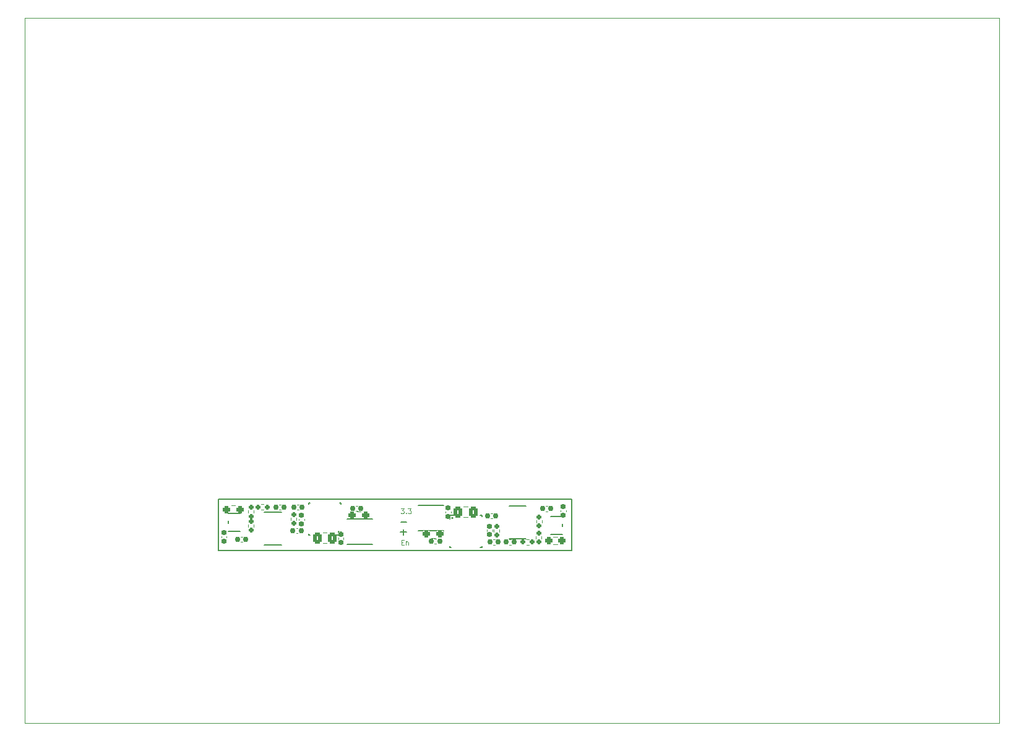
<source format=gbr>
%TF.GenerationSoftware,KiCad,Pcbnew,7.0.7*%
%TF.CreationDate,2024-07-30T06:48:56+03:00*%
%TF.ProjectId,BANO_StepDown_LM5160_Total_Duplicate,42414e4f-5f53-4746-9570-446f776e5f4c,rev?*%
%TF.SameCoordinates,Original*%
%TF.FileFunction,Legend,Top*%
%TF.FilePolarity,Positive*%
%FSLAX46Y46*%
G04 Gerber Fmt 4.6, Leading zero omitted, Abs format (unit mm)*
G04 Created by KiCad (PCBNEW 7.0.7) date 2024-07-30 06:48:56*
%MOMM*%
%LPD*%
G01*
G04 APERTURE LIST*
G04 Aperture macros list*
%AMRoundRect*
0 Rectangle with rounded corners*
0 $1 Rounding radius*
0 $2 $3 $4 $5 $6 $7 $8 $9 X,Y pos of 4 corners*
0 Add a 4 corners polygon primitive as box body*
4,1,4,$2,$3,$4,$5,$6,$7,$8,$9,$2,$3,0*
0 Add four circle primitives for the rounded corners*
1,1,$1+$1,$2,$3*
1,1,$1+$1,$4,$5*
1,1,$1+$1,$6,$7*
1,1,$1+$1,$8,$9*
0 Add four rect primitives between the rounded corners*
20,1,$1+$1,$2,$3,$4,$5,0*
20,1,$1+$1,$4,$5,$6,$7,0*
20,1,$1+$1,$6,$7,$8,$9,0*
20,1,$1+$1,$8,$9,$2,$3,0*%
G04 Aperture macros list end*
%ADD10C,0.150000*%
%ADD11C,0.100000*%
%ADD12C,0.125000*%
%ADD13C,0.152400*%
%ADD14C,0.120000*%
%ADD15C,0.200000*%
%ADD16R,1.168400X0.304800*%
%ADD17RoundRect,0.155000X-0.155000X0.212500X-0.155000X-0.212500X0.155000X-0.212500X0.155000X0.212500X0*%
%ADD18RoundRect,0.160000X0.160000X-0.197500X0.160000X0.197500X-0.160000X0.197500X-0.160000X-0.197500X0*%
%ADD19R,1.092200X3.708400*%
%ADD20RoundRect,0.155000X-0.212500X-0.155000X0.212500X-0.155000X0.212500X0.155000X-0.212500X0.155000X0*%
%ADD21RoundRect,0.155000X0.155000X-0.212500X0.155000X0.212500X-0.155000X0.212500X-0.155000X-0.212500X0*%
%ADD22RoundRect,0.155000X0.212500X0.155000X-0.212500X0.155000X-0.212500X-0.155000X0.212500X-0.155000X0*%
%ADD23RoundRect,0.237500X-0.250000X-0.237500X0.250000X-0.237500X0.250000X0.237500X-0.250000X0.237500X0*%
%ADD24C,1.000000*%
%ADD25RoundRect,0.250000X-0.337500X-0.475000X0.337500X-0.475000X0.337500X0.475000X-0.337500X0.475000X0*%
%ADD26RoundRect,0.160000X-0.160000X0.197500X-0.160000X-0.197500X0.160000X-0.197500X0.160000X0.197500X0*%
%ADD27R,1.600200X2.692400*%
%ADD28RoundRect,0.160000X-0.197500X-0.160000X0.197500X-0.160000X0.197500X0.160000X-0.197500X0.160000X0*%
%ADD29R,0.599999X0.249999*%
%ADD30R,2.600000X2.999999*%
%ADD31C,0.499999*%
%ADD32RoundRect,0.160000X0.197500X0.160000X-0.197500X0.160000X-0.197500X-0.160000X0.197500X-0.160000X0*%
%ADD33RoundRect,0.250000X0.337500X0.475000X-0.337500X0.475000X-0.337500X-0.475000X0.337500X-0.475000X0*%
%ADD34RoundRect,0.237500X0.250000X0.237500X-0.250000X0.237500X-0.250000X-0.237500X0.250000X-0.237500X0*%
G04 APERTURE END LIST*
D10*
X115290600Y-124155200D02*
X115290600Y-123342400D01*
X89966800Y-119253000D02*
X138353800Y-119253000D01*
D11*
X63500000Y-53340000D02*
X196850000Y-53340000D01*
X196850000Y-149860000D02*
X63500000Y-149860000D01*
D10*
X114935000Y-122326400D02*
X115722400Y-122326400D01*
X89966800Y-119253000D02*
X89966800Y-126212600D01*
D11*
X196850000Y-53340000D02*
X196850000Y-149860000D01*
D10*
X138353800Y-126212600D02*
X89966800Y-126212600D01*
X138353800Y-119253000D02*
X138353800Y-126212600D01*
X114884200Y-123748800D02*
X115697000Y-123748800D01*
D11*
X63500000Y-149860000D02*
X63500000Y-53340000D01*
D12*
X115031502Y-125118766D02*
X115264836Y-125118766D01*
X115364836Y-125485433D02*
X115031502Y-125485433D01*
X115031502Y-125485433D02*
X115031502Y-124785433D01*
X115031502Y-124785433D02*
X115364836Y-124785433D01*
X115664835Y-125018766D02*
X115664835Y-125485433D01*
X115664835Y-125085433D02*
X115698169Y-125052100D01*
X115698169Y-125052100D02*
X115764835Y-125018766D01*
X115764835Y-125018766D02*
X115864835Y-125018766D01*
X115864835Y-125018766D02*
X115931502Y-125052100D01*
X115931502Y-125052100D02*
X115964835Y-125118766D01*
X115964835Y-125118766D02*
X115964835Y-125485433D01*
X114939436Y-120492833D02*
X115372769Y-120492833D01*
X115372769Y-120492833D02*
X115139436Y-120759500D01*
X115139436Y-120759500D02*
X115239436Y-120759500D01*
X115239436Y-120759500D02*
X115306102Y-120792833D01*
X115306102Y-120792833D02*
X115339436Y-120826166D01*
X115339436Y-120826166D02*
X115372769Y-120892833D01*
X115372769Y-120892833D02*
X115372769Y-121059500D01*
X115372769Y-121059500D02*
X115339436Y-121126166D01*
X115339436Y-121126166D02*
X115306102Y-121159500D01*
X115306102Y-121159500D02*
X115239436Y-121192833D01*
X115239436Y-121192833D02*
X115039436Y-121192833D01*
X115039436Y-121192833D02*
X114972769Y-121159500D01*
X114972769Y-121159500D02*
X114939436Y-121126166D01*
X115672769Y-121126166D02*
X115706103Y-121159500D01*
X115706103Y-121159500D02*
X115672769Y-121192833D01*
X115672769Y-121192833D02*
X115639436Y-121159500D01*
X115639436Y-121159500D02*
X115672769Y-121126166D01*
X115672769Y-121126166D02*
X115672769Y-121192833D01*
X115939436Y-120492833D02*
X116372769Y-120492833D01*
X116372769Y-120492833D02*
X116139436Y-120759500D01*
X116139436Y-120759500D02*
X116239436Y-120759500D01*
X116239436Y-120759500D02*
X116306102Y-120792833D01*
X116306102Y-120792833D02*
X116339436Y-120826166D01*
X116339436Y-120826166D02*
X116372769Y-120892833D01*
X116372769Y-120892833D02*
X116372769Y-121059500D01*
X116372769Y-121059500D02*
X116339436Y-121126166D01*
X116339436Y-121126166D02*
X116306102Y-121159500D01*
X116306102Y-121159500D02*
X116239436Y-121192833D01*
X116239436Y-121192833D02*
X116039436Y-121192833D01*
X116039436Y-121192833D02*
X115972769Y-121159500D01*
X115972769Y-121159500D02*
X115939436Y-121126166D01*
D13*
%TO.C,U2*%
X135445500Y-124015500D02*
X137096500Y-124015500D01*
X137096500Y-121602500D02*
X135445500Y-121602500D01*
X137096500Y-122973859D02*
X137096500Y-122644141D01*
D14*
%TO.C,C13*%
X91139600Y-124259265D02*
X91139600Y-124490935D01*
X90419600Y-124259265D02*
X90419600Y-124490935D01*
%TO.C,R10*%
X94082600Y-121122421D02*
X94082600Y-120787179D01*
X94842600Y-121122421D02*
X94842600Y-120787179D01*
D13*
%TO.C,L4*%
X96276650Y-125472500D02*
X98626150Y-125472500D01*
X98626150Y-121027500D02*
X96276650Y-121027500D01*
D14*
%TO.C,C28*%
X134783565Y-120163000D02*
X135015235Y-120163000D01*
X134783565Y-120883000D02*
X135015235Y-120883000D01*
%TO.C,C1*%
X136825400Y-120943635D02*
X136825400Y-120711965D01*
X137545400Y-120943635D02*
X137545400Y-120711965D01*
%TO.C,C26*%
X119817335Y-125353400D02*
X119585665Y-125353400D01*
X119817335Y-124633400D02*
X119585665Y-124633400D01*
%TO.C,R2*%
X135846826Y-124364100D02*
X136356274Y-124364100D01*
X135846826Y-125409100D02*
X136356274Y-125409100D01*
%TO.C,C4*%
X130036835Y-125455000D02*
X129805165Y-125455000D01*
X130036835Y-124735000D02*
X129805165Y-124735000D01*
D13*
%TO.C,L1*%
X132111750Y-120180100D02*
X129762250Y-120180100D01*
X129762250Y-124625100D02*
X132111750Y-124625100D01*
D14*
%TO.C,C14*%
X107141600Y-124496565D02*
X107141600Y-124728235D01*
X106421600Y-124496565D02*
X106421600Y-124728235D01*
%TO.C,C5*%
X123567648Y-120245200D02*
X124090152Y-120245200D01*
X123567648Y-121715200D02*
X124090152Y-121715200D01*
%TO.C,C9*%
X100877635Y-123905600D02*
X100645965Y-123905600D01*
X100877635Y-123185600D02*
X100645965Y-123185600D01*
%TO.C,R1*%
X127695150Y-123694721D02*
X127695150Y-123359479D01*
X128455150Y-123694721D02*
X128455150Y-123359479D01*
%TO.C,R9*%
X119123376Y-123480300D02*
X119632824Y-123480300D01*
X119123376Y-124525300D02*
X119632824Y-124525300D01*
%TO.C,C11*%
X93283035Y-125074000D02*
X93051365Y-125074000D01*
X93283035Y-124354000D02*
X93051365Y-124354000D01*
%TO.C,R4*%
X134246350Y-122128179D02*
X134246350Y-122463421D01*
X133486350Y-122128179D02*
X133486350Y-122463421D01*
D13*
%TO.C,L2*%
X120840500Y-120065800D02*
X117386100Y-120065800D01*
X117386100Y-123520200D02*
X120840500Y-123520200D01*
X122059700Y-121793000D02*
G75*
G03*
X122059700Y-121793000I-76200J0D01*
G01*
D14*
%TO.C,R7*%
X95882379Y-119920000D02*
X96217621Y-119920000D01*
X95882379Y-120680000D02*
X96217621Y-120680000D01*
%TO.C,C2*%
X126749950Y-123622135D02*
X126749950Y-123390465D01*
X127469950Y-123622135D02*
X127469950Y-123390465D01*
%TO.C,R11*%
X94082600Y-123052821D02*
X94082600Y-122717579D01*
X94842600Y-123052821D02*
X94842600Y-122717579D01*
D13*
%TO.C,U4*%
X93002100Y-121181101D02*
X91351100Y-121181101D01*
X91351100Y-123594101D02*
X93002100Y-123594101D01*
X91351100Y-122222742D02*
X91351100Y-122552460D01*
D14*
%TO.C,R6*%
X100694600Y-121787779D02*
X100694600Y-122123021D01*
X99934600Y-121787779D02*
X99934600Y-122123021D01*
%TO.C,C27*%
X127488135Y-121848200D02*
X127256465Y-121848200D01*
X127488135Y-121128200D02*
X127256465Y-121128200D01*
%TO.C,C7*%
X108799365Y-120137600D02*
X109031035Y-120137600D01*
X108799365Y-120857600D02*
X109031035Y-120857600D01*
D15*
%TO.C,U1*%
X121638350Y-121397402D02*
X122438351Y-121397402D01*
X121638350Y-121897401D02*
X121638350Y-121397402D01*
X121638350Y-125797398D02*
X121638350Y-125622402D01*
X121638350Y-125797398D02*
X121838350Y-125797398D01*
X125838352Y-121397402D02*
X126038352Y-121397402D01*
X125838352Y-125797398D02*
X126038352Y-125797398D01*
X126038352Y-121572398D02*
X126038352Y-121397402D01*
X126038352Y-125797398D02*
X126038352Y-125622402D01*
D14*
%TO.C,R15*%
X132462921Y-125475000D02*
X132127679Y-125475000D01*
X132462921Y-124715000D02*
X132127679Y-124715000D01*
D13*
%TO.C,L3*%
X107619800Y-125425200D02*
X111074200Y-125425200D01*
X111074200Y-121970800D02*
X107619800Y-121970800D01*
X106553000Y-123698000D02*
G75*
G03*
X106553000Y-123698000I-76200J0D01*
G01*
D14*
%TO.C,R3*%
X134212600Y-124266979D02*
X134212600Y-124602221D01*
X133452600Y-124266979D02*
X133452600Y-124602221D01*
%TO.C,C10*%
X98319165Y-119969800D02*
X98550835Y-119969800D01*
X98319165Y-120689800D02*
X98550835Y-120689800D01*
%TO.C,C3*%
X104811552Y-125271200D02*
X104289048Y-125271200D01*
X104811552Y-123801200D02*
X104289048Y-123801200D01*
%TO.C,C6*%
X127852435Y-125455000D02*
X127620765Y-125455000D01*
X127852435Y-124735000D02*
X127620765Y-124735000D01*
D15*
%TO.C,U3*%
X106771801Y-124145398D02*
X105971800Y-124145398D01*
X106771801Y-123645399D02*
X106771801Y-124145398D01*
X106771801Y-119745402D02*
X106771801Y-119920398D01*
X106771801Y-119745402D02*
X106571801Y-119745402D01*
X102571799Y-124145398D02*
X102371799Y-124145398D01*
X102571799Y-119745402D02*
X102371799Y-119745402D01*
X102371799Y-123970402D02*
X102371799Y-124145398D01*
X102371799Y-119745402D02*
X102371799Y-119920398D01*
D14*
%TO.C,R8*%
X92278924Y-121147100D02*
X91769476Y-121147100D01*
X92278924Y-120102100D02*
X91769476Y-120102100D01*
%TO.C,C15*%
X121077400Y-121104735D02*
X121077400Y-120873065D01*
X121797400Y-121104735D02*
X121797400Y-120873065D01*
%TO.C,C8*%
X101731400Y-121905765D02*
X101731400Y-122137435D01*
X101011400Y-121905765D02*
X101011400Y-122137435D01*
%TO.C,C12*%
X100757565Y-119969800D02*
X100989235Y-119969800D01*
X100757565Y-120689800D02*
X100989235Y-120689800D01*
%TO.C,R5*%
X109472824Y-121934500D02*
X108963376Y-121934500D01*
X109472824Y-120889500D02*
X108963376Y-120889500D01*
%TD*%
%LPC*%
D16*
%TO.C,U2*%
X135305800Y-122159001D03*
X135305800Y-122809000D03*
X135305800Y-123458999D03*
X137236200Y-123458999D03*
X137236200Y-122159001D03*
%TD*%
D17*
%TO.C,C13*%
X90779600Y-123807600D03*
X90779600Y-124942600D03*
%TD*%
D18*
%TO.C,R10*%
X94462600Y-121552300D03*
X94462600Y-120357300D03*
%TD*%
D19*
%TO.C,L4*%
X95952800Y-123250000D03*
X98950000Y-123250000D03*
%TD*%
D20*
%TO.C,C28*%
X134331900Y-120523000D03*
X135466900Y-120523000D03*
%TD*%
D21*
%TO.C,C1*%
X137185400Y-121395300D03*
X137185400Y-120260300D03*
%TD*%
D22*
%TO.C,C26*%
X120269000Y-124993400D03*
X119134000Y-124993400D03*
%TD*%
D23*
%TO.C,R2*%
X135189050Y-124886600D03*
X137014050Y-124886600D03*
%TD*%
D22*
%TO.C,C4*%
X130488500Y-125095000D03*
X129353500Y-125095000D03*
%TD*%
D19*
%TO.C,L1*%
X132435600Y-122402600D03*
X129438400Y-122402600D03*
%TD*%
D24*
%TO.C,D3*%
X114096800Y-120878600D03*
%TD*%
D17*
%TO.C,C14*%
X106781600Y-124044900D03*
X106781600Y-125179900D03*
%TD*%
D25*
%TO.C,C5*%
X122791400Y-120980200D03*
X124866400Y-120980200D03*
%TD*%
D22*
%TO.C,C9*%
X101329300Y-123545600D03*
X100194300Y-123545600D03*
%TD*%
D18*
%TO.C,R1*%
X128075150Y-124124600D03*
X128075150Y-122929600D03*
%TD*%
D23*
%TO.C,R9*%
X118465600Y-124002800D03*
X120290600Y-124002800D03*
%TD*%
D24*
%TO.C,*%
X114096800Y-125145800D03*
%TD*%
D22*
%TO.C,C11*%
X93734700Y-124714000D03*
X92599700Y-124714000D03*
%TD*%
D26*
%TO.C,R4*%
X133866350Y-121698300D03*
X133866350Y-122893300D03*
%TD*%
D27*
%TO.C,L2*%
X120065800Y-121793000D03*
X118160800Y-121793000D03*
%TD*%
D28*
%TO.C,R7*%
X95452500Y-120300000D03*
X96647500Y-120300000D03*
%TD*%
D21*
%TO.C,C2*%
X127109950Y-124073800D03*
X127109950Y-122938800D03*
%TD*%
D18*
%TO.C,R11*%
X94462600Y-123482700D03*
X94462600Y-122287700D03*
%TD*%
D16*
%TO.C,U4*%
X93141800Y-123037600D03*
X93141800Y-122387601D03*
X93141800Y-121737602D03*
X91211400Y-121737602D03*
X91211400Y-123037600D03*
%TD*%
D26*
%TO.C,R6*%
X100314600Y-121357900D03*
X100314600Y-122552900D03*
%TD*%
D22*
%TO.C,C27*%
X127939800Y-121488200D03*
X126804800Y-121488200D03*
%TD*%
D20*
%TO.C,C7*%
X108347700Y-120497600D03*
X109482700Y-120497600D03*
%TD*%
D29*
%TO.C,U1*%
X121938352Y-122347400D03*
X121938352Y-122847399D03*
X121938352Y-123347400D03*
X121938352Y-123847400D03*
X121938352Y-124347398D03*
X121938352Y-124847400D03*
X125738350Y-124847400D03*
X125738350Y-124347398D03*
X125738350Y-123847400D03*
X125738350Y-123347398D03*
X125738350Y-122847399D03*
X125738350Y-122347400D03*
D30*
X123838351Y-123597400D03*
D31*
X122838350Y-123597400D03*
X123838351Y-122397400D03*
X123838351Y-123597400D03*
X123838351Y-124797400D03*
X124838352Y-123597400D03*
%TD*%
D32*
%TO.C,R15*%
X132892800Y-125095000D03*
X131697800Y-125095000D03*
%TD*%
D27*
%TO.C,L3*%
X108394500Y-123698000D03*
X110299500Y-123698000D03*
%TD*%
D24*
%TO.C,D28*%
X114096800Y-122301000D03*
%TD*%
D26*
%TO.C,R3*%
X133832600Y-123837100D03*
X133832600Y-125032100D03*
%TD*%
D20*
%TO.C,C10*%
X97867500Y-120329800D03*
X99002500Y-120329800D03*
%TD*%
D33*
%TO.C,C3*%
X105587800Y-124536200D03*
X103512800Y-124536200D03*
%TD*%
D22*
%TO.C,C6*%
X128304100Y-125095000D03*
X127169100Y-125095000D03*
%TD*%
D29*
%TO.C,U3*%
X106471799Y-123195400D03*
X106471799Y-122695401D03*
X106471799Y-122195400D03*
X106471799Y-121695400D03*
X106471799Y-121195402D03*
X106471799Y-120695400D03*
X102671801Y-120695400D03*
X102671801Y-121195402D03*
X102671801Y-121695400D03*
X102671801Y-122195402D03*
X102671801Y-122695401D03*
X102671801Y-123195400D03*
D30*
X104571800Y-121945400D03*
D31*
X105571801Y-121945400D03*
X104571800Y-123145400D03*
X104571800Y-121945400D03*
X104571800Y-120745400D03*
X103571799Y-121945400D03*
%TD*%
D34*
%TO.C,R8*%
X92936700Y-120624600D03*
X91111700Y-120624600D03*
%TD*%
D21*
%TO.C,C15*%
X121437400Y-121556400D03*
X121437400Y-120421400D03*
%TD*%
D17*
%TO.C,C8*%
X101371400Y-121454100D03*
X101371400Y-122589100D03*
%TD*%
D20*
%TO.C,C12*%
X100305900Y-120329800D03*
X101440900Y-120329800D03*
%TD*%
D24*
%TO.C,D27*%
X114096800Y-123723400D03*
%TD*%
D34*
%TO.C,R5*%
X110130600Y-121412000D03*
X108305600Y-121412000D03*
%TD*%
%LPD*%
M02*

</source>
